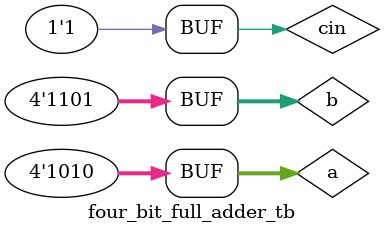
<source format=v>
`include "full_adder_scratch.v"

module four_bit_full_adder(
    a, b, cin, sum, cout
);

    input [3:0] a, b;
    input cin;
    output cout;
    output [3:0] sum;
    wire c0, c1, c2;

    // full_adder fa0 (a[0], b[0], cin, sum[0], c0);
    // full_adder fa1 (a[1], b[1], c0, sum[1], c1);
    // full_adder fa2 (a[2], b[2], c1, sum[2], c2);
    // full_adder fa3 (a[3], b[3], c2, sum[3], cout);

    full_adder_scratch fa0 ( sum[0], c0, a[0], b[0], cin);
    full_adder_scratch fa1 (sum[1], c1, a[1], b[1], c0);
    full_adder_scratch fa2 (sum[2], c2, a[2], b[2], c1);
    full_adder_scratch fa3 (sum[3], cout, a[3], b[3], c2);

endmodule

module four_bit_full_adder_tb();

    reg [3:0] a, b;
    reg cin;
    wire [3:0] sum;
    wire cout;

    four_bit_full_adder fa(a, b, cin, sum, cout);

    initial begin
        $dumpfile("four_bit_full_adder.vcd");
        $dumpvars(0, four_bit_full_adder_tb);

        cin = 0; a = 4'b1000; b = 4'b0010; #3;
		cin = 0; a = 4'b1000; b = 4'b1000; #3;
		cin = 0; a = 4'b0010; b = 4'b1000; #3;
		cin = 0; a = 4'b0001; b = 4'b0111; #3;
		cin = 0; a = 4'b1010; b = 4'b1011; #3;
		cin = 0; a = 4'b1110; b = 4'b1111; #3;
		cin = 0; a = 4'b1010; b = 4'b1101; #3;
		cin = 1; a = 4'b1000; b = 4'b0010; #3;
		cin = 1; a = 4'b1000; b = 4'b1000; #3;
		cin = 1; a = 4'b0010; b = 4'b1000; #3;
		cin = 1; a = 4'b0001; b = 4'b0111; #3;
		cin = 1; a = 4'b1010; b = 4'b1011; #3;
		cin = 1; a = 4'b1110; b = 4'b1111; #3;
		cin = 1; a = 4'b1010; b = 4'b1101; #3;
    end

endmodule
</source>
